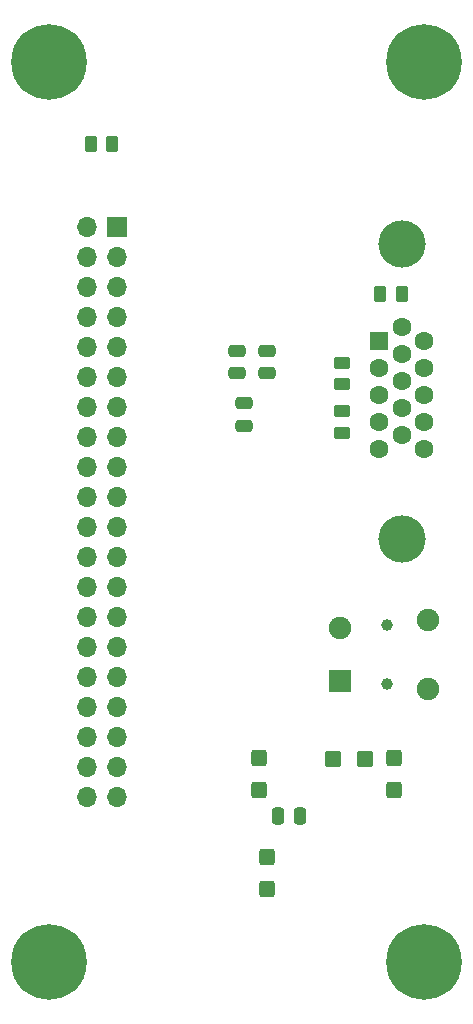
<source format=gbr>
%TF.GenerationSoftware,KiCad,Pcbnew,9.0.2+1*%
%TF.CreationDate,2025-07-26T23:55:51+01:00*%
%TF.ProjectId,ICE40HXDevBoardVGA,49434534-3048-4584-9465-76426f617264,rev?*%
%TF.SameCoordinates,Original*%
%TF.FileFunction,Soldermask,Bot*%
%TF.FilePolarity,Negative*%
%FSLAX46Y46*%
G04 Gerber Fmt 4.6, Leading zero omitted, Abs format (unit mm)*
G04 Created by KiCad (PCBNEW 9.0.2+1) date 2025-07-26 23:55:51*
%MOMM*%
%LPD*%
G01*
G04 APERTURE LIST*
G04 Aperture macros list*
%AMRoundRect*
0 Rectangle with rounded corners*
0 $1 Rounding radius*
0 $2 $3 $4 $5 $6 $7 $8 $9 X,Y pos of 4 corners*
0 Add a 4 corners polygon primitive as box body*
4,1,4,$2,$3,$4,$5,$6,$7,$8,$9,$2,$3,0*
0 Add four circle primitives for the rounded corners*
1,1,$1+$1,$2,$3*
1,1,$1+$1,$4,$5*
1,1,$1+$1,$6,$7*
1,1,$1+$1,$8,$9*
0 Add four rect primitives between the rounded corners*
20,1,$1+$1,$2,$3,$4,$5,0*
20,1,$1+$1,$4,$5,$6,$7,0*
20,1,$1+$1,$6,$7,$8,$9,0*
20,1,$1+$1,$8,$9,$2,$3,0*%
G04 Aperture macros list end*
%ADD10C,1.000000*%
%ADD11R,1.900000X1.900000*%
%ADD12C,1.900000*%
%ADD13C,6.400000*%
%ADD14C,4.000000*%
%ADD15R,1.600000X1.600000*%
%ADD16C,1.600000*%
%ADD17R,1.700000X1.700000*%
%ADD18O,1.700000X1.700000*%
%ADD19RoundRect,0.250000X0.250000X0.475000X-0.250000X0.475000X-0.250000X-0.475000X0.250000X-0.475000X0*%
%ADD20RoundRect,0.250000X-0.450000X-0.425000X0.450000X-0.425000X0.450000X0.425000X-0.450000X0.425000X0*%
%ADD21RoundRect,0.250000X-0.450000X0.262500X-0.450000X-0.262500X0.450000X-0.262500X0.450000X0.262500X0*%
%ADD22RoundRect,0.250000X-0.475000X0.250000X-0.475000X-0.250000X0.475000X-0.250000X0.475000X0.250000X0*%
%ADD23RoundRect,0.250000X-0.262500X-0.450000X0.262500X-0.450000X0.262500X0.450000X-0.262500X0.450000X0*%
%ADD24RoundRect,0.250000X0.425000X-0.450000X0.425000X0.450000X-0.425000X0.450000X-0.425000X-0.450000X0*%
%ADD25RoundRect,0.250000X-0.425000X0.450000X-0.425000X-0.450000X0.425000X-0.450000X0.425000X0.450000X0*%
G04 APERTURE END LIST*
D10*
%TO.C,J3*%
X111165000Y-122515000D03*
X111165000Y-117515000D03*
D11*
X107165000Y-122265000D03*
D12*
X107165000Y-117765000D03*
X114665000Y-122915000D03*
X114665000Y-117115000D03*
%TD*%
D13*
%TO.C,H4*%
X114300000Y-146050000D03*
%TD*%
%TO.C,H3*%
X82550000Y-146050000D03*
%TD*%
D14*
%TO.C,J2*%
X112390000Y-110285000D03*
X112390000Y-85285000D03*
D15*
X110500000Y-93470000D03*
D16*
X110500000Y-95760000D03*
X110500000Y-98050000D03*
X110500000Y-100340000D03*
X110500000Y-102630000D03*
X112400000Y-92325000D03*
X112400000Y-94615000D03*
X112400000Y-96905000D03*
X112400000Y-99195000D03*
X112400000Y-101485000D03*
X114300000Y-93470000D03*
X114300000Y-95760000D03*
X114300000Y-98050000D03*
X114300000Y-100340000D03*
X114300000Y-102630000D03*
%TD*%
D17*
%TO.C,J1*%
X88265000Y-83820000D03*
D18*
X85725000Y-83820000D03*
X88265000Y-86360000D03*
X85725000Y-86360000D03*
X88265000Y-88900000D03*
X85725000Y-88900000D03*
X88265000Y-91440000D03*
X85725000Y-91440000D03*
X88265000Y-93980000D03*
X85725000Y-93980000D03*
X88265000Y-96520000D03*
X85725000Y-96520000D03*
X88265000Y-99060000D03*
X85725000Y-99060000D03*
X88265000Y-101600000D03*
X85725000Y-101600000D03*
X88265000Y-104140000D03*
X85725000Y-104140000D03*
X88265000Y-106680000D03*
X85725000Y-106680000D03*
X88265000Y-109220000D03*
X85725000Y-109220000D03*
X88265000Y-111760000D03*
X85725000Y-111760000D03*
X88265000Y-114300000D03*
X85725000Y-114300000D03*
X88265000Y-116840000D03*
X85725000Y-116840000D03*
X88265000Y-119380000D03*
X85725000Y-119380000D03*
X88265000Y-121920000D03*
X85725000Y-121920000D03*
X88265000Y-124460000D03*
X85725000Y-124460000D03*
X88265000Y-127000000D03*
X85725000Y-127000000D03*
X88265000Y-129540000D03*
X85725000Y-129540000D03*
X88265000Y-132080000D03*
X85725000Y-132080000D03*
%TD*%
D13*
%TO.C,H2*%
X114300000Y-69850000D03*
%TD*%
%TO.C,H1*%
X82550000Y-69850000D03*
%TD*%
D19*
%TO.C,C7*%
X103820000Y-133731000D03*
X101920000Y-133731000D03*
%TD*%
D20*
%TO.C,C12*%
X106600000Y-128905000D03*
X109300000Y-128905000D03*
%TD*%
D21*
%TO.C,R4*%
X107315000Y-99417500D03*
X107315000Y-101242500D03*
%TD*%
D22*
%TO.C,C2*%
X98425000Y-94300000D03*
X98425000Y-96200000D03*
%TD*%
D23*
%TO.C,R12*%
X86082500Y-76835000D03*
X87907500Y-76835000D03*
%TD*%
D24*
%TO.C,C4*%
X100330000Y-131525000D03*
X100330000Y-128825000D03*
%TD*%
D21*
%TO.C,R3*%
X107315000Y-95330000D03*
X107315000Y-97155000D03*
%TD*%
D23*
%TO.C,R1*%
X110593500Y-89535000D03*
X112418500Y-89535000D03*
%TD*%
D22*
%TO.C,C3*%
X99060000Y-98745000D03*
X99060000Y-100645000D03*
%TD*%
%TO.C,C1*%
X100965000Y-94300000D03*
X100965000Y-96200000D03*
%TD*%
D25*
%TO.C,C8*%
X100965000Y-137160000D03*
X100965000Y-139860000D03*
%TD*%
D24*
%TO.C,C13*%
X111760000Y-131525000D03*
X111760000Y-128825000D03*
%TD*%
M02*

</source>
